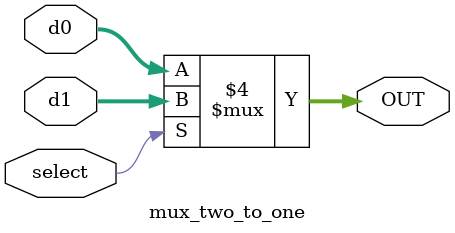
<source format=v>
module mux_two_to_one #(parameter W = 4) (
    input [W-1:0] d0,
    input [W-1:0] d1,
    input select,
    output reg [W-1:0] OUT
);

always @(*) begin
    if (select == 1'b0) begin
        OUT = d0;
    end else begin
        OUT = d1;
    end
end

endmodule
</source>
